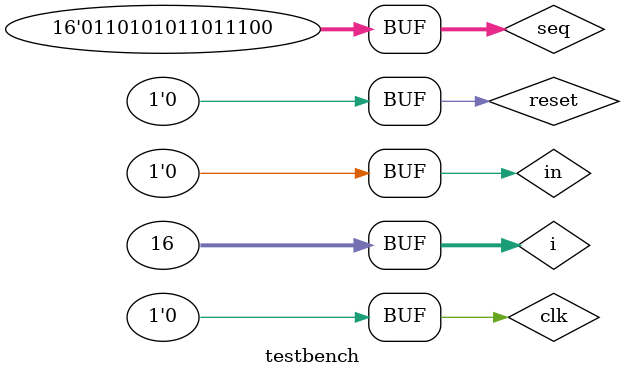
<source format=v>
module SEQUENCE_DETECTOR(clk, reset, in, out);
  input wire clk, reset, in;
  output reg out;

  reg[2:0] cur_state;

  always @(posedge clk or posedge reset) begin
    if (reset == 1) begin
      cur_state <= 3'b000;
      out <= 0;
    end else begin
      case(cur_state)
        3'b000: begin
          if (in == 1) begin
            cur_state <= 3'b001;
            out <= 0;
          end else begin
            cur_state <= 3'b000;
            out <= 0;
          end
        end
        3'b001: begin
          if (in == 1) begin
            cur_state <= 3'b001;
            out <= 0;
          end else begin
            cur_state <= 3'b010;
            out <= 0;
          end
        end
        3'b010: begin
          if (in == 1) begin
            cur_state <= 3'b011;
            out <= 0;
          end else begin
            cur_state <= 3'b000;
            out <= 0;
          end
        end
        3'b011: begin
          if (in == 1) begin
            cur_state <= 3'b100;
            out <= 1;
          end else begin
            cur_state <= 3'b010;
            out <= 0;
          end
        end
        3'b100: begin
          if (in == 1) begin
            cur_state <= 3'b001;
            out <= 0;
          end else begin
            cur_state <= 3'b010;
            out <= 0;
          end
        end
      endcase
    end
  end
endmodule

module testbench;
  reg clk, reset, in;
  wire out;

  reg[15:0] seq;
  integer i;

  SEQUENCE_DETECTOR duty(clk, reset, in, out);

  initial begin
    clk = 0;
    reset = 1;
    seq = 16'b0110_1010_1101_1100;
    #5 reset = 0;

    for (i = 0; i <= 15; i = i + 1) begin
      in = seq[i];
      #2 clk = 1;
      #2 clk = 0;
      $display("State = ", duty.cur_state, " Input = ", in, " Output = ", out);
    end
  end
endmodule


</source>
